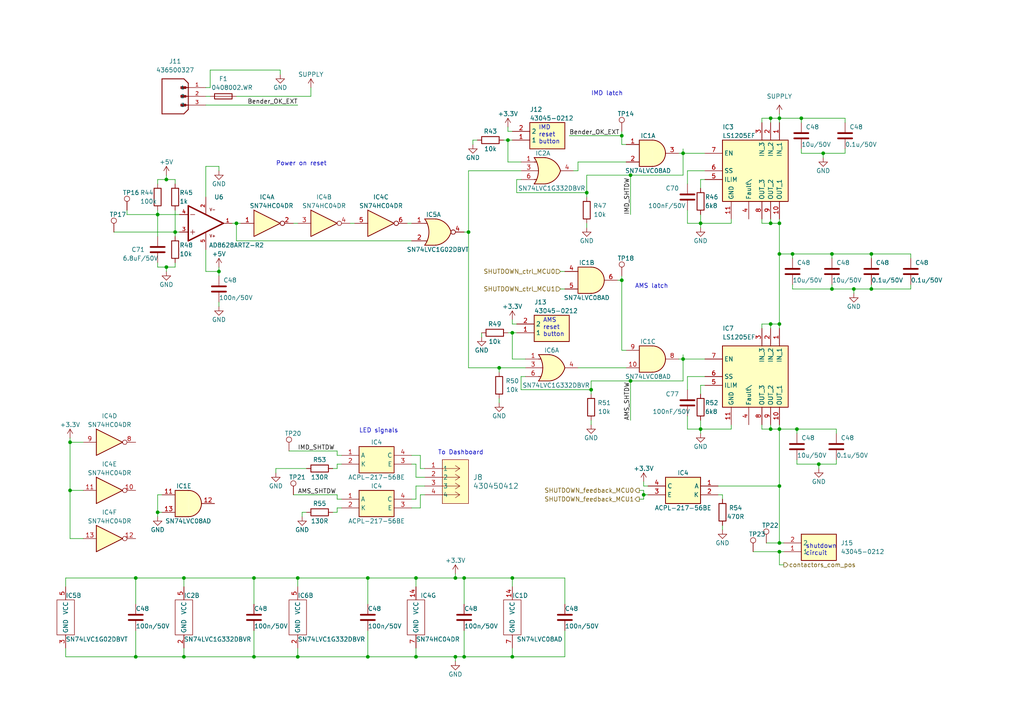
<source format=kicad_sch>
(kicad_sch (version 20230121) (generator eeschema)
  (paper "A4")
  (title_block (title "Shutsown circuit") (date "2023-12-29") (rev "V1.0") (company "Valais Wallis Racing Team") (comment 1 "Bétrisey Mattia"))
  (junction (at 148.59 190.5))
  (junction (at 20.32 142.24))
  (junction (at 147.32 40.64))
  (junction (at 241.3 83.82))
  (junction (at 238.76 44.45))
  (junction (at 45.72 148.59))
  (junction (at 203.2 124.46))
  (junction (at 120.65 167.64))
  (junction (at 241.3 73.66))
  (junction (at 226.06 140.97))
  (junction (at 132.08 167.64))
  (junction (at 231.14 124.46))
  (junction (at 50.8 67.31))
  (junction (at 134.62 167.64))
  (junction (at 132.08 190.5))
  (junction (at 252.73 83.82))
  (junction (at 226.06 93.98))
  (junction (at 20.32 128.27))
  (junction (at 247.65 83.82))
  (junction (at 223.52 34.29))
  (junction (at 198.12 44.45))
  (junction (at 48.26 77.47))
  (junction (at 170.18 55.88))
  (junction (at 45.72 62.23))
  (junction (at 223.52 64.77))
  (junction (at 180.34 81.28))
  (junction (at 106.68 190.5))
  (junction (at 180.34 39.37))
  (junction (at 226.06 64.77))
  (junction (at 252.73 73.66))
  (junction (at 63.5 78.74))
  (junction (at 223.52 124.46))
  (junction (at 39.37 190.5))
  (junction (at 135.89 67.31))
  (junction (at 73.66 190.5))
  (junction (at 226.06 160.02))
  (junction (at 171.45 113.03))
  (junction (at 134.62 190.5))
  (junction (at 237.49 134.62))
  (junction (at 232.41 34.29))
  (junction (at 226.06 157.48))
  (junction (at 48.26 52.07))
  (junction (at 186.69 143.51))
  (junction (at 53.34 190.5))
  (junction (at 226.06 34.29))
  (junction (at 226.06 73.66))
  (junction (at 86.36 167.64))
  (junction (at 148.59 96.52))
  (junction (at 39.37 167.64))
  (junction (at 144.78 106.68))
  (junction (at 120.65 190.5))
  (junction (at 223.52 93.98))
  (junction (at 86.36 190.5))
  (junction (at 182.88 50.8))
  (junction (at 203.2 64.77))
  (junction (at 229.87 73.66))
  (junction (at 73.66 167.64))
  (junction (at 68.58 64.77))
  (junction (at 182.88 110.49))
  (junction (at 226.06 124.46))
  (junction (at 198.12 104.14))
  (junction (at 148.59 167.64))
  (junction (at 106.68 167.64))
  (junction (at 53.34 167.64))
  (wire (pts (xy 238.76 44.45) (xy 245.11 44.45)))
  (wire (pts (xy 182.88 50.8) (xy 198.12 50.8)))
  (wire (pts (xy 203.2 125.73) (xy 203.2 124.46)))
  (wire (pts (xy 220.98 93.98) (xy 220.98 95.25)))
  (wire (pts (xy 149.86 52.07) (xy 149.86 55.88)))
  (wire (pts (xy 148.59 167.64) (xy 163.83 167.64)))
  (wire (pts (xy 203.2 62.23) (xy 203.2 64.77)))
  (wire (pts (xy 231.14 133.35) (xy 231.14 134.62)))
  (wire (pts (xy 222.25 157.48) (xy 226.06 157.48)))
  (wire (pts (xy 223.52 124.46) (xy 226.06 124.46)))
  (wire (pts (xy 226.06 73.66) (xy 226.06 64.77)))
  (wire (pts (xy 186.69 140.97) (xy 187.96 140.97)))
  (wire (pts (xy 237.49 135.89) (xy 237.49 134.62)))
  (wire (pts (xy 135.89 49.53) (xy 151.13 49.53)))
  (wire (pts (xy 96.52 148.59) (xy 97.79 148.59)))
  (wire (pts (xy 121.92 135.89) (xy 123.19 135.89)))
  (wire (pts (xy 199.39 64.77) (xy 203.2 64.77)))
  (wire (pts (xy 220.98 63.5) (xy 220.98 64.77)))
  (wire (pts (xy 63.5 48.26) (xy 63.5 49.53)))
  (wire (pts (xy 231.14 124.46) (xy 231.14 125.73)))
  (wire (pts (xy 50.8 60.96) (xy 50.8 67.31)))
  (wire (pts (xy 144.78 115.57) (xy 144.78 116.84)))
  (wire (pts (xy 198.12 44.45) (xy 204.47 44.45)))
  (wire (pts (xy 147.32 38.1) (xy 148.59 38.1)))
  (wire (pts (xy 48.26 77.47) (xy 50.8 77.47)))
  (wire (pts (xy 229.87 83.82) (xy 241.3 83.82)))
  (wire (pts (xy 199.39 49.53) (xy 199.39 53.34)))
  (wire (pts (xy 73.66 167.64) (xy 73.66 175.26)))
  (wire (pts (xy 247.65 85.09) (xy 247.65 83.82)))
  (wire (pts (xy 182.88 110.49) (xy 198.12 110.49)))
  (wire (pts (xy 167.64 106.68) (xy 181.61 106.68)))
  (wire (pts (xy 45.72 148.59) (xy 45.72 149.86)))
  (wire (pts (xy 220.98 34.29) (xy 220.98 35.56)))
  (wire (pts (xy 208.28 140.97) (xy 226.06 140.97)))
  (wire (pts (xy 242.57 133.35) (xy 242.57 134.62)))
  (wire (pts (xy 135.89 67.31) (xy 135.89 106.68)))
  (wire (pts (xy 81.28 20.32) (xy 81.28 21.59)))
  (wire (pts (xy 134.62 190.5) (xy 148.59 190.5)))
  (wire (pts (xy 39.37 182.88) (xy 39.37 190.5)))
  (wire (pts (xy 147.32 40.64) (xy 147.32 46.99)))
  (wire (pts (xy 199.39 60.96) (xy 199.39 64.77)))
  (wire (pts (xy 121.92 143.51) (xy 123.19 143.51)))
  (wire (pts (xy 59.69 78.74) (xy 63.5 78.74)))
  (wire (pts (xy 245.11 43.18) (xy 245.11 44.45)))
  (wire (pts (xy 226.06 124.46) (xy 226.06 140.97)))
  (wire (pts (xy 97.79 143.51) (xy 97.79 144.78)))
  (wire (pts (xy 80.01 135.89) (xy 88.9 135.89)))
  (wire (pts (xy 241.3 73.66) (xy 241.3 74.93)))
  (wire (pts (xy 87.63 148.59) (xy 87.63 149.86)))
  (wire (pts (xy 33.02 67.31) (xy 50.8 67.31)))
  (wire (pts (xy 144.78 106.68) (xy 135.89 106.68)))
  (wire (pts (xy 252.73 82.55) (xy 252.73 83.82)))
  (wire (pts (xy 68.58 64.77) (xy 69.85 64.77)))
  (wire (pts (xy 170.18 50.8) (xy 182.88 50.8)))
  (wire (pts (xy 220.98 124.46) (xy 223.52 124.46)))
  (wire (pts (xy 68.58 69.85) (xy 119.38 69.85)))
  (wire (pts (xy 48.26 50.8) (xy 48.26 52.07)))
  (wire (pts (xy 231.14 134.62) (xy 237.49 134.62)))
  (wire (pts (xy 148.59 93.98) (xy 149.86 93.98)))
  (wire (pts (xy 83.82 130.81) (xy 97.79 130.81)))
  (wire (pts (xy 196.85 44.45) (xy 198.12 44.45)))
  (wire (pts (xy 223.52 93.98) (xy 226.06 93.98)))
  (wire (pts (xy 223.52 123.19) (xy 223.52 124.46)))
  (wire (pts (xy 182.88 121.92) (xy 182.88 110.49)))
  (wire (pts (xy 171.45 123.19) (xy 171.45 121.92)))
  (wire (pts (xy 163.83 83.82) (xy 162.56 83.82)))
  (wire (pts (xy 59.69 27.94) (xy 60.96 27.94)))
  (wire (pts (xy 180.34 101.6) (xy 181.61 101.6)))
  (wire (pts (xy 134.62 167.64) (xy 132.08 167.64)))
  (wire (pts (xy 186.69 143.51) (xy 187.96 143.51)))
  (wire (pts (xy 59.69 25.4) (xy 60.96 25.4)))
  (wire (pts (xy 48.26 52.07) (xy 45.72 52.07)))
  (wire (pts (xy 171.45 113.03) (xy 171.45 114.3)))
  (wire (pts (xy 252.73 73.66) (xy 252.73 74.93)))
  (wire (pts (xy 87.63 148.59) (xy 88.9 148.59)))
  (wire (pts (xy 19.05 167.64) (xy 39.37 167.64)))
  (wire (pts (xy 223.52 64.77) (xy 220.98 64.77)))
  (wire (pts (xy 50.8 52.07) (xy 50.8 53.34)))
  (wire (pts (xy 119.38 147.32) (xy 121.92 147.32)))
  (wire (pts (xy 241.3 73.66) (xy 252.73 73.66)))
  (wire (pts (xy 185.42 144.78) (xy 186.69 144.78)))
  (wire (pts (xy 223.52 34.29) (xy 223.52 35.56)))
  (wire (pts (xy 63.5 88.9) (xy 63.5 87.63)))
  (wire (pts (xy 151.13 109.22) (xy 152.4 109.22)))
  (wire (pts (xy 48.26 77.47) (xy 48.26 78.74)))
  (wire (pts (xy 97.79 147.32) (xy 99.06 147.32)))
  (wire (pts (xy 226.06 160.02) (xy 227.33 160.02)))
  (wire (pts (xy 148.59 187.96) (xy 148.59 190.5)))
  (wire (pts (xy 20.32 128.27) (xy 24.13 128.27)))
  (wire (pts (xy 241.3 82.55) (xy 241.3 83.82)))
  (wire (pts (xy 120.65 138.43) (xy 123.19 138.43)))
  (wire (pts (xy 20.32 156.21) (xy 24.13 156.21)))
  (wire (pts (xy 97.79 144.78) (xy 99.06 144.78)))
  (wire (pts (xy 134.62 167.64) (xy 148.59 167.64)))
  (wire (pts (xy 36.83 62.23) (xy 36.83 60.96)))
  (wire (pts (xy 198.12 43.18) (xy 198.12 44.45)))
  (wire (pts (xy 170.18 55.88) (xy 170.18 57.15)))
  (wire (pts (xy 134.62 182.88) (xy 134.62 190.5)))
  (wire (pts (xy 90.17 25.4) (xy 90.17 27.94)))
  (wire (pts (xy 167.64 49.53) (xy 166.37 49.53)))
  (wire (pts (xy 237.49 134.62) (xy 242.57 134.62)))
  (wire (pts (xy 73.66 190.5) (xy 86.36 190.5)))
  (wire (pts (xy 45.72 52.07) (xy 45.72 53.34)))
  (wire (pts (xy 134.62 67.31) (xy 135.89 67.31)))
  (wire (pts (xy 73.66 182.88) (xy 73.66 190.5)))
  (wire (pts (xy 60.96 20.32) (xy 60.96 25.4)))
  (wire (pts (xy 163.83 78.74) (xy 162.56 78.74)))
  (wire (pts (xy 120.65 140.97) (xy 123.19 140.97)))
  (wire (pts (xy 148.59 104.14) (xy 152.4 104.14)))
  (wire (pts (xy 204.47 104.14) (xy 198.12 104.14)))
  (wire (pts (xy 167.64 46.99) (xy 181.61 46.99)))
  (wire (pts (xy 252.73 73.66) (xy 264.16 73.66)))
  (wire (pts (xy 137.16 40.64) (xy 138.43 40.64)))
  (wire (pts (xy 146.05 40.64) (xy 147.32 40.64)))
  (wire (pts (xy 151.13 109.22) (xy 151.13 113.03)))
  (wire (pts (xy 144.78 106.68) (xy 152.4 106.68)))
  (wire (pts (xy 220.98 123.19) (xy 220.98 124.46)))
  (wire (pts (xy 229.87 82.55) (xy 229.87 83.82)))
  (wire (pts (xy 241.3 83.82) (xy 247.65 83.82)))
  (wire (pts (xy 203.2 121.92) (xy 203.2 124.46)))
  (wire (pts (xy 147.32 46.99) (xy 151.13 46.99)))
  (wire (pts (xy 132.08 166.37) (xy 132.08 167.64)))
  (wire (pts (xy 232.41 34.29) (xy 232.41 35.56)))
  (wire (pts (xy 199.39 124.46) (xy 203.2 124.46)))
  (wire (pts (xy 203.2 66.04) (xy 203.2 64.77)))
  (wire (pts (xy 185.42 142.24) (xy 186.69 142.24)))
  (wire (pts (xy 147.32 96.52) (xy 148.59 96.52)))
  (wire (pts (xy 106.68 182.88) (xy 106.68 190.5)))
  (wire (pts (xy 39.37 167.64) (xy 39.37 175.26)))
  (wire (pts (xy 36.83 62.23) (xy 45.72 62.23)))
  (wire (pts (xy 20.32 142.24) (xy 20.32 156.21)))
  (wire (pts (xy 218.44 160.02) (xy 226.06 160.02)))
  (wire (pts (xy 238.76 45.72) (xy 238.76 44.45)))
  (wire (pts (xy 50.8 76.2) (xy 50.8 77.47)))
  (wire (pts (xy 148.59 190.5) (xy 163.83 190.5)))
  (wire (pts (xy 144.78 106.68) (xy 144.78 107.95)))
  (wire (pts (xy 134.62 167.64) (xy 134.62 175.26)))
  (wire (pts (xy 203.2 52.07) (xy 203.2 54.61)))
  (wire (pts (xy 151.13 113.03) (xy 171.45 113.03)))
  (wire (pts (xy 120.65 187.96) (xy 120.65 190.5)))
  (wire (pts (xy 59.69 72.39) (xy 59.69 78.74)))
  (wire (pts (xy 85.09 143.51) (xy 97.79 143.51)))
  (wire (pts (xy 186.69 139.7) (xy 186.69 140.97)))
  (wire (pts (xy 120.65 190.5) (xy 132.08 190.5)))
  (wire (pts (xy 45.72 76.2) (xy 45.72 77.47)))
  (wire (pts (xy 63.5 78.74) (xy 63.5 77.47)))
  (wire (pts (xy 102.87 64.77) (xy 101.6 64.77)))
  (wire (pts (xy 121.92 143.51) (xy 121.92 147.32)))
  (wire (pts (xy 179.07 81.28) (xy 180.34 81.28)))
  (wire (pts (xy 85.09 64.77) (xy 86.36 64.77)))
  (wire (pts (xy 209.55 143.51) (xy 209.55 144.78)))
  (wire (pts (xy 97.79 132.08) (xy 99.06 132.08)))
  (wire (pts (xy 45.72 62.23) (xy 45.72 68.58)))
  (wire (pts (xy 264.16 82.55) (xy 264.16 83.82)))
  (wire (pts (xy 167.64 49.53) (xy 167.64 46.99)))
  (wire (pts (xy 163.83 167.64) (xy 163.83 175.26)))
  (wire (pts (xy 226.06 93.98) (xy 226.06 73.66)))
  (wire (pts (xy 226.06 73.66) (xy 229.87 73.66)))
  (wire (pts (xy 147.32 40.64) (xy 148.59 40.64)))
  (wire (pts (xy 45.72 62.23) (xy 52.07 62.23)))
  (wire (pts (xy 59.69 30.48) (xy 86.36 30.48)))
  (wire (pts (xy 199.39 109.22) (xy 204.47 109.22)))
  (wire (pts (xy 132.08 191.77) (xy 132.08 190.5)))
  (wire (pts (xy 226.06 33.02) (xy 226.06 34.29)))
  (wire (pts (xy 198.12 102.87) (xy 198.12 104.14)))
  (wire (pts (xy 226.06 34.29) (xy 232.41 34.29)))
  (wire (pts (xy 226.06 124.46) (xy 231.14 124.46)))
  (wire (pts (xy 139.7 96.52) (xy 139.7 97.79)))
  (wire (pts (xy 252.73 83.82) (xy 264.16 83.82)))
  (wire (pts (xy 212.09 63.5) (xy 212.09 64.77)))
  (wire (pts (xy 171.45 110.49) (xy 182.88 110.49)))
  (wire (pts (xy 180.34 39.37) (xy 180.34 38.1)))
  (wire (pts (xy 20.32 127) (xy 20.32 128.27)))
  (wire (pts (xy 86.36 190.5) (xy 106.68 190.5)))
  (wire (pts (xy 68.58 27.94) (xy 90.17 27.94)))
  (wire (pts (xy 45.72 60.96) (xy 45.72 62.23)))
  (wire (pts (xy 180.34 80.01) (xy 180.34 81.28)))
  (wire (pts (xy 97.79 135.89) (xy 97.79 134.62)))
  (wire (pts (xy 180.34 39.37) (xy 180.34 41.91)))
  (wire (pts (xy 242.57 124.46) (xy 242.57 125.73)))
  (wire (pts (xy 53.34 187.96) (xy 53.34 190.5)))
  (wire (pts (xy 53.34 190.5) (xy 73.66 190.5)))
  (wire (pts (xy 226.06 163.83) (xy 227.33 163.83)))
  (wire (pts (xy 39.37 167.64) (xy 53.34 167.64)))
  (wire (pts (xy 73.66 167.64) (xy 86.36 167.64)))
  (wire (pts (xy 186.69 142.24) (xy 186.69 143.51)))
  (wire (pts (xy 220.98 34.29) (xy 223.52 34.29)))
  (wire (pts (xy 226.06 123.19) (xy 226.06 124.46)))
  (wire (pts (xy 148.59 92.71) (xy 148.59 93.98)))
  (wire (pts (xy 86.36 187.96) (xy 86.36 190.5)))
  (wire (pts (xy 208.28 143.51) (xy 209.55 143.51)))
  (wire (pts (xy 165.1 39.37) (xy 180.34 39.37)))
  (wire (pts (xy 186.69 144.78) (xy 186.69 143.51)))
  (wire (pts (xy 59.69 48.26) (xy 59.69 57.15)))
  (wire (pts (xy 199.39 120.65) (xy 199.39 124.46)))
  (wire (pts (xy 229.87 73.66) (xy 229.87 74.93)))
  (wire (pts (xy 50.8 67.31) (xy 50.8 68.58)))
  (wire (pts (xy 97.79 130.81) (xy 97.79 132.08)))
  (wire (pts (xy 86.36 167.64) (xy 106.68 167.64)))
  (wire (pts (xy 53.34 167.64) (xy 53.34 170.18)))
  (wire (pts (xy 229.87 73.66) (xy 241.3 73.66)))
  (wire (pts (xy 45.72 143.51) (xy 46.99 143.51)))
  (wire (pts (xy 232.41 44.45) (xy 238.76 44.45)))
  (wire (pts (xy 106.68 167.64) (xy 120.65 167.64)))
  (wire (pts (xy 198.12 44.45) (xy 198.12 50.8)))
  (wire (pts (xy 120.65 167.64) (xy 120.65 170.18)))
  (wire (pts (xy 226.06 140.97) (xy 226.06 157.48)))
  (wire (pts (xy 226.06 64.77) (xy 226.06 63.5)))
  (wire (pts (xy 120.65 134.62) (xy 120.65 138.43)))
  (wire (pts (xy 198.12 104.14) (xy 196.85 104.14)))
  (wire (pts (xy 223.52 64.77) (xy 226.06 64.77)))
  (wire (pts (xy 231.14 124.46) (xy 242.57 124.46)))
  (wire (pts (xy 203.2 111.76) (xy 203.2 114.3)))
  (wire (pts (xy 220.98 93.98) (xy 223.52 93.98)))
  (wire (pts (xy 226.06 34.29) (xy 226.06 35.56)))
  (wire (pts (xy 106.68 167.64) (xy 106.68 175.26)))
  (wire (pts (xy 134.62 190.5) (xy 132.08 190.5)))
  (wire (pts (xy 199.39 109.22) (xy 199.39 113.03)))
  (wire (pts (xy 203.2 111.76) (xy 204.47 111.76)))
  (wire (pts (xy 212.09 123.19) (xy 212.09 124.46)))
  (wire (pts (xy 203.2 124.46) (xy 212.09 124.46)))
  (wire (pts (xy 148.59 96.52) (xy 149.86 96.52)))
  (wire (pts (xy 245.11 34.29) (xy 245.11 35.56)))
  (wire (pts (xy 96.52 135.89) (xy 97.79 135.89)))
  (wire (pts (xy 53.34 167.64) (xy 73.66 167.64)))
  (wire (pts (xy 120.65 167.64) (xy 132.08 167.64)))
  (wire (pts (xy 223.52 93.98) (xy 223.52 95.25)))
  (wire (pts (xy 67.31 64.77) (xy 68.58 64.77)))
  (wire (pts (xy 119.38 132.08) (xy 121.92 132.08)))
  (wire (pts (xy 171.45 110.49) (xy 171.45 113.03)))
  (wire (pts (xy 264.16 73.66) (xy 264.16 74.93)))
  (wire (pts (xy 68.58 64.77) (xy 68.58 69.85)))
  (wire (pts (xy 86.36 167.64) (xy 86.36 170.18)))
  (wire (pts (xy 180.34 41.91) (xy 181.61 41.91)))
  (wire (pts (xy 19.05 167.64) (xy 19.05 170.18)))
  (wire (pts (xy 135.89 49.53) (xy 135.89 67.31)))
  (wire (pts (xy 226.06 160.02) (xy 226.06 163.83)))
  (wire (pts (xy 199.39 49.53) (xy 204.47 49.53)))
  (wire (pts (xy 119.38 134.62) (xy 120.65 134.62)))
  (wire (pts (xy 223.52 63.5) (xy 223.52 64.77)))
  (wire (pts (xy 223.52 34.29) (xy 226.06 34.29)))
  (wire (pts (xy 19.05 190.5) (xy 39.37 190.5)))
  (wire (pts (xy 148.59 96.52) (xy 148.59 104.14)))
  (wire (pts (xy 63.5 80.01) (xy 63.5 78.74)))
  (wire (pts (xy 20.32 142.24) (xy 24.13 142.24)))
  (wire (pts (xy 149.86 55.88) (xy 170.18 55.88)))
  (wire (pts (xy 203.2 64.77) (xy 212.09 64.77)))
  (wire (pts (xy 45.72 143.51) (xy 45.72 148.59)))
  (wire (pts (xy 45.72 77.47) (xy 48.26 77.47)))
  (wire (pts (xy 39.37 190.5) (xy 53.34 190.5)))
  (wire (pts (xy 182.88 62.23) (xy 182.88 50.8)))
  (wire (pts (xy 45.72 148.59) (xy 46.99 148.59)))
  (wire (pts (xy 198.12 104.14) (xy 198.12 110.49)))
  (wire (pts (xy 180.34 81.28) (xy 180.34 101.6)))
  (wire (pts (xy 163.83 182.88) (xy 163.83 190.5)))
  (wire (pts (xy 97.79 147.32) (xy 97.79 148.59)))
  (wire (pts (xy 226.06 157.48) (xy 227.33 157.48)))
  (wire (pts (xy 147.32 36.83) (xy 147.32 38.1)))
  (wire (pts (xy 50.8 67.31) (xy 52.07 67.31)))
  (wire (pts (xy 48.26 52.07) (xy 50.8 52.07)))
  (wire (pts (xy 247.65 83.82) (xy 252.73 83.82)))
  (wire (pts (xy 80.01 135.89) (xy 80.01 137.16)))
  (wire (pts (xy 226.06 95.25) (xy 226.06 93.98)))
  (wire (pts (xy 60.96 20.32) (xy 81.28 20.32)))
  (wire (pts (xy 232.41 43.18) (xy 232.41 44.45)))
  (wire (pts (xy 118.11 64.77) (xy 119.38 64.77)))
  (wire (pts (xy 149.86 52.07) (xy 151.13 52.07)))
  (wire (pts (xy 170.18 66.04) (xy 170.18 64.77)))
  (wire (pts (xy 203.2 52.07) (xy 204.47 52.07)))
  (wire (pts (xy 232.41 34.29) (xy 245.11 34.29)))
  (wire (pts (xy 120.65 140.97) (xy 120.65 144.78)))
  (wire (pts (xy 59.69 48.26) (xy 63.5 48.26)))
  (wire (pts (xy 121.92 132.08) (xy 121.92 135.89)))
  (wire (pts (xy 106.68 190.5) (xy 120.65 190.5)))
  (wire (pts (xy 148.59 167.64) (xy 148.59 170.18)))
  (wire (pts (xy 119.38 144.78) (xy 120.65 144.78)))
  (wire (pts (xy 137.16 40.64) (xy 137.16 41.91)))
  (wire (pts (xy 19.05 187.96) (xy 19.05 190.5)))
  (wire (pts (xy 97.79 134.62) (xy 99.06 134.62)))
  (wire (pts (xy 170.18 50.8) (xy 170.18 55.88)))
  (wire (pts (xy 209.55 153.67) (xy 209.55 152.4)))
  (wire (pts (xy 20.32 128.27) (xy 20.32 142.24)))
  (text "IMD\nreset\nbutton" (at 156.21 41.91 0) (effects (font (size 1.27 1.27)) (justify left bottom)))
  (text "shutdown\ncircuit" (at 233.68 161.29 0) (effects (font (size 1.27 1.27)) (justify left bottom)))
  (text "AMS\nreset\nbutton" (at 157.48 97.79 0) (effects (font (size 1.27 1.27)) (justify left bottom)))
  (text "To Dashboard" (at 127 132.08 0) (effects (font (size 1.27 1.27)) (justify left bottom)))
  (text "IMD latch" (at 171.45 27.94 0) (effects (font (size 1.27 1.27)) (justify left bottom)))
  (text "LED signals" (at 104.14 125.73 0) (effects (font (size 1.27 1.27)) (justify left bottom)))
  (text "Power on reset" (at 80.01 48.26 0) (effects (font (size 1.27 1.27)) (justify left bottom)))
  (text "AMS latch" (at 184.15 83.82 0) (effects (font (size 1.27 1.27)) (justify left bottom)))
  (label "AMS_SHTDW" (at 86.36 143.51 0))
  (label "IMD_SHTDW" (at 182.88 62.23 90))
  (label "AMS_SHTDW" (at 182.88 121.92 90))
  (label "IMD_SHTDW" (at 86.36 130.81 0))
  (label "Bender_OK_EXT" (at 86.36 30.48 180))
  (label "Bender_OK_EXT" (at 165.1 39.37 0))
  (hierarchical_label "SHUTDOWN_ctrl_MCU1" (shape input) (at 162.56 83.82 180))
  (hierarchical_label "contactors_com_pos" (shape output) (at 227.33 163.83 0))
  (hierarchical_label "SHUTDOWN_feedback_MCU1" (shape output) (at 185.42 144.78 180))
  (hierarchical_label "SHUTDOWN_ctrl_MCU0" (shape input) (at 162.56 78.74 180))
  (hierarchical_label "SHUTDOWN_feedback_MCU0" (shape output) (at 185.42 142.24 180))
  (symbol (lib_id "FS_Semiconductor:SN74LVC1G02DBVT") (at 125.73 67.31 0) (unit 1)
    (property "Reference" "IC5" (at 125.73 62.23 0))
    (property "Value" "SN74LVC1G02DBVT" (at 127 72.39 0))
    (property "Footprint" "Package_TO_SOT_SMD:TSOT-23-5" (effects hide))
    (property "Datasheet" "https://www.ti.com/lit/ds/symlink/sn74lvc1g02.pdf?ts=1703686741579&ref_url=https%253A%252F%252Fwww.ti.com%252Fproduct%252FSN74LVC1G02" (effects hide))
  )
  (symbol (lib_id "bmsPower_Symbols:GND_0") (at 87.63 149.86 0) (unit 1) (in_bom no) (on_board no)
    (property "Reference" "#PWR0131" (effects hide))
    (property "Value" "GND_0" (at 87.63 153.67 0))
  )
  (symbol (lib_id "FS_Semiconductor:SN74HCS14QDRQ1") (at 30.48 128.27 0) (unit 4)
    (property "Reference" "IC4" (at 31.75 120.65 0))
    (property "Value" "SN74HC04DR" (at 25.4 123.19 0) (effects (justify left)))
    (property "Footprint" "FS_Semiconductor:SOIC127P600X175-14N" (effects hide))
    (property "Description" "Buffers & Line Drivers Automotive hex inverter with Schmitt-trigger inputs 14-SOIC -40 to 125" (effects hide))
    (property "Height" "1.75" (effects hide))
    (property "Mouser Part Number" "595-SN74HCS14QDRQ1" (effects hide))
    (property "Mouser Price/Stock" "https://www.mouser.co.uk/ProductDetail/Texas-Instruments/SN74HCS14QDRQ1?qs=OTrKUuiFdkaK%252BjdbPs1CrQ%3D%3D" (effects hide))
    (property "Manufacturer_Name" "Texas Instruments" (effects hide))
    (property "Manufacturer_Part_Number" "SN74HCS14QDRQ1" (effects hide))
  )
  (symbol (lib_id "Device:R") (at 92.71 148.59 90) (unit 1)
    (property "Reference" "R55" (at 92.71 146.05 90))
    (property "Value" "130R" (at 92.71 151.13 90))
    (property "Footprint" "Resistor_SMD:R_0603_1608Metric" (effects hide))
  )
  (symbol (lib_id "Connector:TestPoint") (at 180.34 80.01 0) (unit 1)
    (property "Reference" "TP18" (at 179.07 74.93 0) (effects (justify left)))
    (property "Value" "TestPoint" (effects hide))
    (property "Footprint" "TestPoint:TestPoint_Keystone_5000-5004_Miniature" (effects hide))
  )
  (symbol (lib_id "Connector:TestPoint") (at 83.82 130.81 0) (unit 1)
    (property "Reference" "TP20" (at 82.55 125.73 0) (effects (justify left)))
    (property "Value" "TestPoint" (effects hide))
    (property "Footprint" "TestPoint:TestPoint_Keystone_5000-5004_Miniature" (effects hide))
  )
  (symbol (lib_id "bmsPower_Symbols:GND_0") (at 45.72 149.86 0) (unit 1) (in_bom no) (on_board no)
    (property "Reference" "#PWR0124" (effects hide))
    (property "Value" "GND_0" (at 45.72 153.67 0))
  )
  (symbol (lib_id "LS1205EF:LS1205EF") (at 218.44 109.22 0) (unit 1)
    (property "Reference" "IC7" (at 209.55 95.25 0) (effects (justify left)))
    (property "Value" "LS1205EF" (at 209.55 97.79 0) (effects (justify left)))
    (property "Footprint" "LS1205EF:SON50P300X300X80-11N" (effects hide))
    (property "Datasheet" "https://www.littelfuse.com/media?resourcetype=datasheets&itemid=b40a8809-c1ad-459d-a34c-84532dbddcb7&filename=littelfuse-protection-ic-ls1205exd33--datasheet" (effects hide))
    (property "Height" "0.8" (effects hide))
    (property "Manufacturer_Name" "LITTELFUSE" (effects hide))
  )
  (symbol (lib_id "Device:C") (at 242.57 129.54 0) (unit 1)
    (property "Reference" "C48" (at 243.84 127 0) (effects (justify left)))
    (property "Value" "0.1u/50V" (at 242.57 132.08 0) (effects (justify left)))
    (property "Footprint" "Capacitor_SMD:C_0603_1608Metric" (effects hide))
    (instances (project "BMS-Master" (path "" (reference "C48") (unit 1)) (path "" (reference "C64") (unit 1)) (path "" (reference "C79") (unit 1))))
  )
  (symbol (lib_id "Device:R") (at 142.24 40.64 90) (unit 1)
    (property "Reference" "R43" (at 142.24 38.1 90))
    (property "Value" "10k" (at 142.24 43.18 90))
    (property "Footprint" "Resistor_SMD:R_0603_1608Metric" (effects hide))
  )
  (symbol (lib_id "bmsPower_Symbols:GND_0") (at 203.2 66.04 0) (unit 1) (in_bom no) (on_board no)
    (property "Reference" "#PWR0116" (effects hide))
    (property "Value" "GND_0" (at 203.2 69.85 0))
  )
  (symbol (lib_id "FS_Semiconductor:SN74HCS14QDRQ1") (at 30.48 142.24 0) (unit 5)
    (property "Reference" "IC4" (at 31.75 134.62 0))
    (property "Value" "SN74HC04DR" (at 25.4 137.16 0) (effects (justify left)))
    (property "Footprint" "FS_Semiconductor:SOIC127P600X175-14N" (effects hide))
    (property "Description" "Buffers & Line Drivers Automotive hex inverter with Schmitt-trigger inputs 14-SOIC -40 to 125" (effects hide))
    (property "Height" "1.75" (effects hide))
    (property "Mouser Part Number" "595-SN74HCS14QDRQ1" (effects hide))
    (property "Mouser Price/Stock" "https://www.mouser.co.uk/ProductDetail/Texas-Instruments/SN74HCS14QDRQ1?qs=OTrKUuiFdkaK%252BjdbPs1CrQ%3D%3D" (effects hide))
    (property "Manufacturer_Name" "Texas Instruments" (effects hide))
    (property "Manufacturer_Part_Number" "SN74HCS14QDRQ1" (effects hide))
  )
  (symbol (lib_id "bmsPower_Symbols:+3V3_0") (at 148.59 92.71 0) (unit 1) (in_bom no) (on_board no)
    (property "Reference" "#PWR0122" (effects hide))
    (property "Value" "+3V3_0" (at 148.59 88.9 0))
  )
  (symbol (lib_id "Connector:TestPoint") (at 36.83 60.96 0) (unit 1)
    (property "Reference" "TP16" (at 35.56 55.88 0) (effects (justify left)))
    (property "Value" "TestPoint" (effects hide))
    (property "Footprint" "TestPoint:TestPoint_Keystone_5000-5004_Miniature" (effects hide))
  )
  (symbol (lib_id "Connector:TestPoint") (at 180.34 38.1 0) (unit 1)
    (property "Reference" "TP14" (at 179.07 33.02 0) (effects (justify left)))
    (property "Value" "TestPoint" (effects hide))
    (property "Footprint" "TestPoint:TestPoint_Keystone_5000-5004_Miniature" (effects hide))
  )
  (symbol (lib_id "Device:C") (at 39.37 179.07 0) (unit 1)
    (property "Reference" "C48" (at 39.37 176.53 0) (effects (justify left)))
    (property "Value" "100n/50V" (at 39.37 181.61 0) (effects (justify left)))
    (property "Footprint" "Capacitor_SMD:C_0603_1608Metric" (effects hide))
    (instances (project "BMS-Master" (path "" (reference "C48") (unit 1)) (path "" (reference "C64") (unit 1)) (path "" (reference "C80") (unit 1))))
  )
  (symbol (lib_id "43045-0212:43045-0212") (at 227.33 157.48 0) (unit 1)
    (property "Reference" "J15" (at 243.84 157.48 0) (effects (justify left)))
    (property "Value" "43045-0212" (at 243.84 160.02 0) (effects (justify left)))
    (property "Footprint" "43045-0212:43045-02YY_121314" (effects hide))
    (property "Datasheet" "https://www.molex.com/pdm_docs/sd/430450612_sd.pdf" (effects hide))
    (property "Height" "9.91" (effects hide))
    (property "Manufacturer_Name" "Molex" (effects hide))
    (property "Manufacturer_Part_Number" "43045-0212" (effects hide))
    (property "Mouser Part Number" "538-430-45-0212" (effects hide))
    (property "Mouser Price/Stock" "https://www.mouser.co.uk/ProductDetail/Molex/43045-0212?qs=QtQX4uD3c2XFLtjr%252BHeRmQ%3D%3D" (effects hide))
  )
  (symbol (lib_id "power:+5V") (at 63.5 77.47 0) (unit 1)
    (property "Reference" "#PWR0117" (effects hide))
    (property "Value" "+5V" (at 63.5 73.66 0))
  )
  (symbol (lib_name "SN74LVC08AD_1") (lib_id "FS_Semiconductor:SN74LVC08AD") (at 170.18 81.28 0) (unit 2)
    (property "Reference" "IC1" (at 170.18 76.2 0))
    (property "Value" "SN74LVC08AD" (at 170.18 86.36 0))
    (property "Footprint" "FS_Semiconductor:SOIC127P600X175-14N" (effects hide))
    (property "Datasheet" "https://www.ti.com/lit/ds/symlink/sn74lvc08a.pdf?HQS=dis-mous-null-mousermode-dsf-pf-null-wwe&ts=1703607102920&ref_url=https%253A%252F%252Fwww.mouser.ch%252F" (effects hide))
    (property "Description" " Quadruple 2-Input Positive-AND Gates" (effects hide))
  )
  (symbol (lib_id "Connector:TestPoint") (at 218.44 160.02 0) (unit 1)
    (property "Reference" "TP23" (at 217.17 154.94 0) (effects (justify left)))
    (property "Value" "TestPoint" (effects hide))
    (property "Footprint" "TestPoint:TestPoint_Keystone_5000-5004_Miniature" (effects hide))
  )
  (symbol (lib_id "Connector:TestPoint") (at 222.25 157.48 0) (unit 1)
    (property "Reference" "TP22" (at 220.98 152.4 0) (effects (justify left)))
    (property "Value" "TestPoint" (effects hide))
    (property "Footprint" "TestPoint:TestPoint_Keystone_5000-5004_Miniature" (effects hide))
  )
  (symbol (lib_name "SN74LVC08AD_3") (lib_id "FS_Semiconductor:SN74LVC08AD") (at 187.96 44.45 0) (unit 1)
    (property "Reference" "IC1" (at 187.96 39.37 0))
    (property "Value" "SN74LVC08AD" (at 187.96 49.53 0))
    (property "Footprint" "FS_Semiconductor:SOIC127P600X175-14N" (effects hide))
    (property "Datasheet" "https://www.ti.com/lit/ds/symlink/sn74lvc08a.pdf?HQS=dis-mous-null-mousermode-dsf-pf-null-wwe&ts=1703607102920&ref_url=https%253A%252F%252Fwww.mouser.ch%252F" (effects hide))
    (property "Description" " Quadruple 2-Input Positive-AND Gates" (effects hide))
  )
  (symbol (lib_id "bmsPower_Symbols:GND_0") (at 144.78 116.84 0) (unit 1) (in_bom no) (on_board no)
    (property "Reference" "#PWR0125" (effects hide))
    (property "Value" "GND_0" (at 144.78 120.65 0))
  )
  (symbol (lib_id "ACPL-217-56BE:ACPL-217-56BE") (at 208.28 140.97 0) (mirror y) (unit 1)
    (property "Reference" "IC4" (at 198.12 137.16 0))
    (property "Value" "ACPL-217-56BE" (at 198.12 147.32 0))
    (property "Footprint" "ACPL-217:SOIC127P700X242-4N" (effects hide))
    (property "Datasheet" "https://componentsearchengine.com/Datasheets/2/ACPL-217-56BE.pdf" (effects hide))
    (property "Height" "2.42" (effects hide))
    (property "Manufacturer_Name" "Avago Technologies" (effects hide))
    (property "Manufacturer_Part_Number" "ACPL-217-56BE" (effects hide))
    (property "Mouser Part Number" "630-ACPL-217-56BE" (effects hide))
    (property "Mouser Price/Stock" "https://www.mouser.co.uk/ProductDetail/Broadcom-Avago/ACPL-217-56BE?qs=dcm2zoLQumABa%2FcMDS685Q%3D%3D" (effects hide))
    (instances (project "BMS-Slave" (path "" (reference "IC4") (unit 1)) (path "" (reference "IC18") (unit 1))) (project "BMS-Master" (path "" (reference "IC9") (unit 1))))
  )
  (symbol (lib_id "ACPL-217-56BE:ACPL-217-56BE") (at 99.06 144.78 0) (unit 1)
    (property "Reference" "IC4" (at 109.22 140.97 0))
    (property "Value" "ACPL-217-56BE" (at 109.22 151.13 0))
    (property "Footprint" "ACPL-217:SOIC127P700X242-4N" (effects hide))
    (property "Datasheet" "https://componentsearchengine.com/Datasheets/2/ACPL-217-56BE.pdf" (effects hide))
    (property "Height" "2.42" (effects hide))
    (property "Manufacturer_Name" "Avago Technologies" (effects hide))
    (property "Manufacturer_Part_Number" "ACPL-217-56BE" (effects hide))
    (property "Mouser Part Number" "630-ACPL-217-56BE" (effects hide))
    (property "Mouser Price/Stock" "https://www.mouser.co.uk/ProductDetail/Broadcom-Avago/ACPL-217-56BE?qs=dcm2zoLQumABa%2FcMDS685Q%3D%3D" (effects hide))
    (instances (project "BMS-Slave" (path "" (reference "IC4") (unit 1)) (path "" (reference "IC18") (unit 1))) (project "BMS-Master" (path "" (reference "IC10") (unit 1))))
  )
  (symbol (lib_id "Device:R") (at 50.8 72.39 0) (unit 1)
    (property "Reference" "R48" (at 52.07 71.12 0) (effects (justify left)))
    (property "Value" "10k" (at 52.07 73.66 0) (effects (justify left)))
    (property "Footprint" "Resistor_SMD:R_0603_1608Metric" (effects hide))
  )
  (symbol (lib_id "bmsPower_Symbols:+3V3_0") (at 20.32 127 0) (unit 1) (in_bom no) (on_board no)
    (property "Reference" "#PWR0121" (effects hide))
    (property "Value" "+3V3_0" (at 20.32 123.19 0))
  )
  (symbol (lib_id "Device:C") (at 163.83 179.07 0) (unit 1)
    (property "Reference" "C48" (at 163.83 176.53 0) (effects (justify left)))
    (property "Value" "100n/50V" (at 163.83 181.61 0) (effects (justify left)))
    (property "Footprint" "Capacitor_SMD:C_0603_1608Metric" (effects hide))
    (instances (project "BMS-Master" (path "" (reference "C48") (unit 1)) (path "" (reference "C64") (unit 1)) (path "" (reference "C84") (unit 1))))
  )
  (symbol (lib_id "bmsPower_Symbols:GND_0") (at 63.5 49.53 0) (unit 1) (in_bom no) (on_board no)
    (property "Reference" "#PWR0113" (effects hide))
    (property "Value" "GND_0" (at 63.5 53.34 0))
  )
  (symbol (lib_id "bmsPower_Symbols:GND_0") (at 203.2 125.73 0) (unit 1) (in_bom no) (on_board no)
    (property "Reference" "#PWR0127" (effects hide))
    (property "Value" "GND_0" (at 203.2 129.54 0))
  )
  (symbol (lib_id "Device:C") (at 73.66 179.07 0) (unit 1)
    (property "Reference" "C48" (at 73.66 176.53 0) (effects (justify left)))
    (property "Value" "100n/50V" (at 73.66 181.61 0) (effects (justify left)))
    (property "Footprint" "Capacitor_SMD:C_0603_1608Metric" (effects hide))
    (instances (project "BMS-Master" (path "" (reference "C48") (unit 1)) (path "" (reference "C64") (unit 1)) (path "" (reference "C81") (unit 1))))
  )
  (symbol (lib_id "Device:C") (at 232.41 39.37 0) (unit 1)
    (property "Reference" "C48" (at 233.68 36.83 0) (effects (justify left)))
    (property "Value" "10u/50V" (at 232.41 41.91 0) (effects (justify left)))
    (property "Footprint" "Capacitor_SMD:C_0805_2012Metric" (effects hide))
    (instances (project "BMS-Master" (path "" (reference "C48") (unit 1)) (path "" (reference "C64") (unit 1)) (path "" (reference "C68") (unit 1))))
  )
  (symbol (lib_id "bmsPower_Symbols:GND_0") (at 171.45 123.19 0) (unit 1) (in_bom no) (on_board no)
    (property "Reference" "#PWR0126" (effects hide))
    (property "Value" "GND_0" (at 171.45 127 0))
  )
  (symbol (lib_name "SN74LVC08AD_4") (lib_id "FS_Semiconductor:SN74LVC08AD") (at 53.34 146.05 0) (unit 5)
    (property "Reference" "IC1" (at 53.34 140.97 0))
    (property "Value" "SN74LVC08AD" (at 54.61 151.13 0))
    (property "Footprint" "FS_Semiconductor:SOIC127P600X175-14N" (effects hide))
    (property "Datasheet" "https://www.ti.com/lit/ds/symlink/sn74lvc08a.pdf?HQS=dis-mous-null-mousermode-dsf-pf-null-wwe&ts=1703607102920&ref_url=https%253A%252F%252Fwww.mouser.ch%252F" (effects hide))
    (property "Description" " Quadruple 2-Input Positive-AND Gates" (effects hide))
  )
  (symbol (lib_id "Device:R") (at 143.51 96.52 90) (unit 1)
    (property "Reference" "R49" (at 143.51 93.98 90))
    (property "Value" "10k" (at 143.51 99.06 90))
    (property "Footprint" "Resistor_SMD:R_0603_1608Metric" (effects hide))
  )
  (symbol (lib_id "bmsPower_Symbols:+3V3_0") (at 132.08 166.37 0) (unit 1) (in_bom no) (on_board no)
    (property "Reference" "#PWR0133" (effects hide))
    (property "Value" "+3V3_0" (at 132.08 162.56 0))
  )
  (symbol (lib_id "Device:R") (at 203.2 118.11 0) (unit 1)
    (property "Reference" "R52" (at 204.47 116.84 0) (effects (justify left)))
    (property "Value" "6k8" (at 204.47 119.38 0) (effects (justify left)))
    (property "Footprint" "Resistor_SMD:R_0603_1608Metric" (effects hide))
  )
  (symbol (lib_id "ACPL-217-56BE:ACPL-217-56BE") (at 99.06 132.08 0) (unit 1)
    (property "Reference" "IC4" (at 109.22 128.27 0))
    (property "Value" "ACPL-217-56BE" (at 109.22 138.43 0))
    (property "Footprint" "ACPL-217:SOIC127P700X242-4N" (effects hide))
    (property "Datasheet" "https://componentsearchengine.com/Datasheets/2/ACPL-217-56BE.pdf" (effects hide))
    (property "Height" "2.42" (effects hide))
    (property "Manufacturer_Name" "Avago Technologies" (effects hide))
    (property "Manufacturer_Part_Number" "ACPL-217-56BE" (effects hide))
    (property "Mouser Part Number" "630-ACPL-217-56BE" (effects hide))
    (property "Mouser Price/Stock" "https://www.mouser.co.uk/ProductDetail/Broadcom-Avago/ACPL-217-56BE?qs=dcm2zoLQumABa%2FcMDS685Q%3D%3D" (effects hide))
    (instances (project "BMS-Slave" (path "" (reference "IC4") (unit 1)) (path "" (reference "IC18") (unit 1))) (project "BMS-Master" (path "" (reference "IC8") (unit 1))))
  )
  (symbol (lib_id "Device:C") (at 45.72 72.39 0) (unit 1)
    (property "Reference" "C71" (at 38.1 72.39 0) (effects (justify left)))
    (property "Value" "6.8uF/50V" (at 35.56 74.93 0) (effects (justify left)))
    (property "Footprint" "Capacitor_SMD:C_0805_2012Metric" (effects hide))
  )
  (symbol (lib_id "43045-0212:43045-0212") (at 149.86 93.98 0) (unit 1)
    (property "Reference" "J13" (at 154.94 87.63 0) (effects (justify left)))
    (property "Value" "43045-0212" (at 154.94 90.17 0) (effects (justify left)))
    (property "Footprint" "43045-0212:43045-02YY_121314" (effects hide))
    (property "Datasheet" "https://www.molex.com/pdm_docs/sd/430450612_sd.pdf" (effects hide))
    (property "Height" "9.91" (effects hide))
    (property "Manufacturer_Name" "Molex" (effects hide))
    (property "Manufacturer_Part_Number" "43045-0212" (effects hide))
    (property "Mouser Part Number" "538-430-45-0212" (effects hide))
    (property "Mouser Price/Stock" "https://www.mouser.co.uk/ProductDetail/Molex/43045-0212?qs=QtQX4uD3c2XFLtjr%252BHeRmQ%3D%3D" (effects hide))
  )
  (symbol (lib_id "FS_Semiconductor:SN74LVC1G332DBVR") (at 53.34 179.07 0) (unit 2)
    (property "Reference" "IC2" (at 53.34 172.72 0) (effects (justify left)))
    (property "Value" "SN74LVC1G332DBVR" (at 53.34 185.42 0) (effects (justify left)))
    (property "Footprint" "Package_TO_SOT_SMD:TSOT-23-6" (effects hide))
    (property "Datasheet" "https://www.ti.com/lit/ds/symlink/sn74lvc1g332.pdf?ts=1703608559465&ref_url=https%253A%252F%252Fwww.ti.com%252Fproduct%252FSN74LVC1G332%253FHQS%253Dti-null-null-verifimanuf_manuf-manu-pf-octopart-wwe" (effects hide))
  )
  (symbol (lib_id "Device:C") (at 264.16 78.74 0) (unit 1)
    (property "Reference" "C48" (at 265.43 76.2 0) (effects (justify left)))
    (property "Value" "0.1u/50V" (at 264.16 81.28 0) (effects (justify left)))
    (property "Footprint" "Capacitor_SMD:C_0603_1608Metric" (effects hide))
    (instances (project "BMS-Master" (path "" (reference "C48") (unit 1)) (path "" (reference "C64") (unit 1)) (path "" (reference "C75") (unit 1))))
  )
  (symbol (lib_id "Device:R") (at 171.45 118.11 180) (unit 1)
    (property "Reference" "R51" (at 175.26 116.84 0))
    (property "Value" "10k" (at 175.26 119.38 0))
    (property "Footprint" "Resistor_SMD:R_0603_1608Metric" (effects hide))
  )
  (symbol (lib_id "Device:R") (at 45.72 57.15 0) (unit 1)
    (property "Reference" "R44" (at 40.64 55.88 0) (effects (justify left)))
    (property "Value" "100k" (at 40.64 58.42 0) (effects (justify left)))
    (property "Footprint" "Resistor_SMD:R_0603_1608Metric" (effects hide))
  )
  (symbol (lib_id "Device:R") (at 209.55 148.59 180) (unit 1)
    (property "Reference" "R54" (at 213.36 147.32 0))
    (property "Value" "470R" (at 213.36 149.86 0))
    (property "Footprint" "Resistor_SMD:R_0603_1608Metric" (effects hide))
  )
  (symbol (lib_id "bmsPower_Symbols:SUPPLY_0") (at 90.17 25.4 0) (unit 1) (in_bom no) (on_board no)
    (property "Reference" "#PWR0108" (effects hide))
    (property "Value" "SUPPLY_0" (at 90.17 21.59 0))
  )
  (symbol (lib_id "Device:C") (at 199.39 116.84 0) (unit 1)
    (property "Reference" "C77" (at 193.04 114.3 0) (effects (justify left)))
    (property "Value" "100nF/50V" (at 189.23 119.38 0) (effects (justify left)))
    (property "Footprint" "Capacitor_SMD:C_0603_1608Metric" (effects hide))
  )
  (symbol (lib_id "bmsPower_Symbols:GND_0") (at 238.76 45.72 0) (unit 1) (in_bom no) (on_board no)
    (property "Reference" "#PWR0112" (effects hide))
    (property "Value" "GND_0" (at 238.76 49.53 0))
  )
  (symbol (lib_id "bmsPower_Symbols:GND_0") (at 139.7 97.79 0) (unit 1) (in_bom no) (on_board no)
    (property "Reference" "#PWR0123" (effects hide))
    (property "Value" "GND_0" (at 139.7 101.6 0))
  )
  (symbol (lib_id "Device:C") (at 252.73 78.74 0) (unit 1)
    (property "Reference" "C48" (at 254 76.2 0) (effects (justify left)))
    (property "Value" "0.1u/50V" (at 252.73 81.28 0) (effects (justify left)))
    (property "Footprint" "Capacitor_SMD:C_0603_1608Metric" (effects hide))
    (instances (project "BMS-Master" (path "" (reference "C48") (unit 1)) (path "" (reference "C64") (unit 1)) (path "" (reference "C74") (unit 1))))
  )
  (symbol (lib_id "FS_Semiconductor:SN74HCS14QDRQ1") (at 109.22 64.77 0) (unit 3)
    (property "Reference" "IC4" (at 110.49 57.15 0))
    (property "Value" "SN74HC04DR" (at 104.14 59.69 0) (effects (justify left)))
    (property "Footprint" "FS_Semiconductor:SOIC127P600X175-14N" (effects hide))
    (property "Description" "Buffers & Line Drivers Automotive hex inverter with Schmitt-trigger inputs 14-SOIC -40 to 125" (effects hide))
    (property "Height" "1.75" (effects hide))
    (property "Mouser Part Number" "595-SN74HCS14QDRQ1" (effects hide))
    (property "Mouser Price/Stock" "https://www.mouser.co.uk/ProductDetail/Texas-Instruments/SN74HCS14QDRQ1?qs=OTrKUuiFdkaK%252BjdbPs1CrQ%3D%3D" (effects hide))
    (property "Manufacturer_Name" "Texas Instruments" (effects hide))
    (property "Manufacturer_Part_Number" "SN74HCS14QDRQ1" (effects hide))
  )
  (symbol (lib_id "Device:Fuse") (at 64.77 27.94 90) (unit 1)
    (property "Reference" "F1" (at 64.77 22.86 90))
    (property "Value" "0408002.WR" (at 67.31 25.4 90))
    (property "Footprint" "Fuse:Fuse_0603_1608Metric" (effects hide))
  )
  (symbol (lib_id "Device:C") (at 106.68 179.07 0) (unit 1)
    (property "Reference" "C48" (at 106.68 176.53 0) (effects (justify left)))
    (property "Value" "100n/50V" (at 106.68 181.61 0) (effects (justify left)))
    (property "Footprint" "Capacitor_SMD:C_0603_1608Metric" (effects hide))
    (instances (project "BMS-Master" (path "" (reference "C48") (unit 1)) (path "" (reference "C64") (unit 1)) (path "" (reference "C82") (unit 1))))
  )
  (symbol (lib_id "bmsPower_Symbols:GND_0") (at 247.65 85.09 0) (unit 1) (in_bom no) (on_board no)
    (property "Reference" "#PWR0119" (effects hide))
    (property "Value" "GND_0" (at 247.65 88.9 0))
  )
  (symbol (lib_id "436500327:436500327") (at 54.61 27.94 0) (mirror y) (unit 1)
    (property "Reference" "J11" (at 50.8 17.78 0))
    (property "Value" "436500327" (at 50.8 20.32 0))
    (property "Footprint" "43650-0327:MOLEX_436500327" (effects hide))
    (property "MF" "Molex" (effects hide))
    (property "MAXIMUM_PACKAGE_HEIGHT" "9.9 mm" (effects hide))
    (property "Package" "None" (effects hide))
    (property "Price" "None" (effects hide))
    (property "Check_prices" "https://www.snapeda.com/parts/43650-0327/Molex/view-part/?ref=eda" (effects hide))
    (property "STANDARD" "Manufacturer Recommendations" (effects hide))
    (property "PARTREV" "F3" (effects hide))
    (property "SnapEDA_Link" "https://www.snapeda.com/parts/43650-0327/Molex/view-part/?ref=snap" (effects hide))
    (property "MP" "43650-0327" (effects hide))
    (property "Description" "\nHeader 3.00mm, WTB, single row, vert, 3w | Molex Incorporated 43650-0327\n" (effects hide))
    (property "Availability" "In Stock" (effects hide))
    (property "MANUFACTURER" "Molex" (effects hide))
  )
  (symbol (lib_id "FS_Semiconductor:SN74HCS14QDRQ1") (at 92.71 64.77 0) (unit 2)
    (property "Reference" "IC4" (at 93.98 57.15 0))
    (property "Value" "SN74HC04DR" (at 87.63 59.69 0) (effects (justify left)))
    (property "Footprint" "FS_Semiconductor:SOIC127P600X175-14N" (effects hide))
    (property "Description" "Buffers & Line Drivers Automotive hex inverter with Schmitt-trigger inputs 14-SOIC -40 to 125" (effects hide))
    (property "Height" "1.75" (effects hide))
    (property "Mouser Part Number" "595-SN74HCS14QDRQ1" (effects hide))
    (property "Mouser Price/Stock" "https://www.mouser.co.uk/ProductDetail/Texas-Instruments/SN74HCS14QDRQ1?qs=OTrKUuiFdkaK%252BjdbPs1CrQ%3D%3D" (effects hide))
    (property "Manufacturer_Name" "Texas Instruments" (effects hide))
    (property "Manufacturer_Part_Number" "SN74HCS14QDRQ1" (effects hide))
  )
  (symbol (lib_id "FS_Semiconductor:SN74LVC1G332DBVR") (at 86.36 179.07 0) (unit 2)
    (property "Reference" "IC6" (at 86.36 172.72 0) (effects (justify left)))
    (property "Value" "SN74LVC1G332DBVR" (at 86.36 185.42 0) (effects (justify left)))
    (property "Footprint" "Package_TO_SOT_SMD:TSOT-23-6" (effects hide))
    (property "Datasheet" "https://www.ti.com/lit/ds/symlink/sn74lvc1g332.pdf?ts=1703608559465&ref_url=https%253A%252F%252Fwww.ti.com%252Fproduct%252FSN74LVC1G332%253FHQS%253Dti-null-null-verifimanuf_manuf-manu-pf-octopart-wwe" (effects hide))
  )
  (symbol (lib_id "bmsPower_Symbols:+3V3_0") (at 186.69 139.7 0) (unit 1) (in_bom no) (on_board no)
    (property "Reference" "#PWR0130" (effects hide))
    (property "Value" "+3V3_0" (at 186.69 135.89 0))
  )
  (symbol (lib_name "SN74LVC08AD_2") (lib_id "FS_Semiconductor:SN74LVC08AD") (at 187.96 104.14 0) (unit 3)
    (property "Reference" "IC1" (at 187.96 99.06 0))
    (property "Value" "SN74LVC08AD" (at 187.96 109.22 0))
    (property "Footprint" "FS_Semiconductor:SOIC127P600X175-14N" (effects hide))
    (property "Datasheet" "https://www.ti.com/lit/ds/symlink/sn74lvc08a.pdf?HQS=dis-mous-null-mousermode-dsf-pf-null-wwe&ts=1703607102920&ref_url=https%253A%252F%252Fwww.mouser.ch%252F" (effects hide))
    (property "Description" " Quadruple 2-Input Positive-AND Gates" (effects hide))
  )
  (symbol (lib_id "43045-0212:43045-0212") (at 148.59 38.1 0) (unit 1)
    (property "Reference" "J12" (at 153.67 31.75 0) (effects (justify left)))
    (property "Value" "43045-0212" (at 153.67 34.29 0) (effects (justify left)))
    (property "Footprint" "43045-0212:43045-02YY_121314" (effects hide))
    (property "Datasheet" "https://www.molex.com/pdm_docs/sd/430450612_sd.pdf" (effects hide))
    (property "Height" "9.91" (effects hide))
    (property "Manufacturer_Name" "Molex" (effects hide))
    (property "Manufacturer_Part_Number" "43045-0212" (effects hide))
    (property "Mouser Part Number" "538-430-45-0212" (effects hide))
    (property "Mouser Price/Stock" "https://www.mouser.co.uk/ProductDetail/Molex/43045-0212?qs=QtQX4uD3c2XFLtjr%252BHeRmQ%3D%3D" (effects hide))
  )
  (symbol (lib_id "FS_Semiconductor:SN74LVC1G332DBVR") (at 158.75 106.68 0) (unit 1)
    (property "Reference" "IC6" (at 160.02 101.6 0))
    (property "Value" "SN74LVC1G332DBVR" (at 161.29 111.76 0))
    (property "Footprint" "Package_TO_SOT_SMD:TSOT-23-6" (effects hide))
    (property "Datasheet" "https://www.ti.com/lit/ds/symlink/sn74lvc1g332.pdf?ts=1703608559465&ref_url=https%253A%252F%252Fwww.ti.com%252Fproduct%252FSN74LVC1G332%253FHQS%253Dti-null-null-verifimanuf_manuf-manu-pf-octopart-wwe" (effects hide))
  )
  (symbol (lib_id "Device:C") (at 63.5 83.82 0) (unit 1)
    (property "Reference" "C48" (at 64.77 81.28 0) (effects (justify left)))
    (property "Value" "100n/50V" (at 63.5 86.36 0) (effects (justify left)))
    (property "Footprint" "Capacitor_SMD:C_0603_1608Metric" (effects hide))
    (instances (project "BMS-Master" (path "" (reference "C48") (unit 1)) (path "" (reference "C64") (unit 1)) (path "" (reference "C76") (unit 1))))
  )
  (symbol (lib_id "Device:C") (at 134.62 179.07 0) (unit 1)
    (property "Reference" "C48" (at 134.62 176.53 0) (effects (justify left)))
    (property "Value" "100n/50V" (at 134.62 181.61 0) (effects (justify left)))
    (property "Footprint" "Capacitor_SMD:C_0603_1608Metric" (effects hide))
    (instances (project "BMS-Master" (path "" (reference "C48") (unit 1)) (path "" (reference "C64") (unit 1)) (path "" (reference "C83") (unit 1))))
  )
  (symbol (lib_id "FS_Semiconductor:SN74HCS14QDRQ1") (at 76.2 64.77 0) (unit 1)
    (property "Reference" "IC4" (at 77.47 57.15 0))
    (property "Value" "SN74HC04DR" (at 72.39 59.69 0) (effects (justify left)))
    (property "Footprint" "FS_Semiconductor:SOIC127P600X175-14N" (effects hide))
    (property "Description" "Buffers & Line Drivers Automotive hex inverter with Schmitt-trigger inputs 14-SOIC -40 to 125" (effects hide))
    (property "Height" "1.75" (effects hide))
    (property "Mouser Part Number" "595-SN74HCS14QDRQ1" (effects hide))
    (property "Mouser Price/Stock" "https://www.mouser.co.uk/ProductDetail/Texas-Instruments/SN74HCS14QDRQ1?qs=OTrKUuiFdkaK%252BjdbPs1CrQ%3D%3D" (effects hide))
    (property "Manufacturer_Name" "Texas Instruments" (effects hide))
    (property "Manufacturer_Part_Number" "SN74HCS14QDRQ1" (effects hide))
  )
  (symbol (lib_id "bmsPower_Symbols:SUPPLY_0") (at 226.06 33.02 0) (unit 1) (in_bom no) (on_board no)
    (property "Reference" "#PWR0109" (effects hide))
    (property "Value" "SUPPLY_0" (at 226.06 27.94 0))
  )
  (symbol (lib_id "bmsPower_Symbols:GND_0") (at 48.26 78.74 0) (unit 1) (in_bom no) (on_board no)
    (property "Reference" "#PWR0118" (effects hide))
    (property "Value" "GND_0" (at 48.26 82.55 0))
  )
  (symbol (lib_id "FS_Semiconductor:SN74HCS14QDRQ1") (at 30.48 156.21 0) (unit 6)
    (property "Reference" "IC4" (at 31.75 148.59 0))
    (property "Value" "SN74HC04DR" (at 25.4 151.13 0) (effects (justify left)))
    (property "Footprint" "FS_Semiconductor:SOIC127P600X175-14N" (effects hide))
    (property "Description" "Buffers & Line Drivers Automotive hex inverter with Schmitt-trigger inputs 14-SOIC -40 to 125" (effects hide))
    (property "Height" "1.75" (effects hide))
    (property "Mouser Part Number" "595-SN74HCS14QDRQ1" (effects hide))
    (property "Mouser Price/Stock" "https://www.mouser.co.uk/ProductDetail/Texas-Instruments/SN74HCS14QDRQ1?qs=OTrKUuiFdkaK%252BjdbPs1CrQ%3D%3D" (effects hide))
    (property "Manufacturer_Name" "Texas Instruments" (effects hide))
    (property "Manufacturer_Part_Number" "SN74HCS14QDRQ1" (effects hide))
  )
  (symbol (lib_id "Connector:TestPoint") (at 85.09 143.51 0) (unit 1)
    (property "Reference" "TP21" (at 83.82 138.43 0) (effects (justify left)))
    (property "Value" "TestPoint" (effects hide))
    (property "Footprint" "TestPoint:TestPoint_Keystone_5000-5004_Miniature" (effects hide))
  )
  (symbol (lib_id "Device:C") (at 199.39 57.15 0) (unit 1)
    (property "Reference" "C70" (at 193.04 54.61 0) (effects (justify left)))
    (property "Value" "100nF/50V" (at 187.96 59.69 0) (effects (justify left)))
    (property "Footprint" "Capacitor_SMD:C_0603_1608Metric" (effects hide))
  )
  (symbol (lib_id "Device:C") (at 245.11 39.37 0) (unit 1)
    (property "Reference" "C48" (at 246.38 36.83 0) (effects (justify left)))
    (property "Value" "0.1u/50V" (at 245.11 41.91 0) (effects (justify left)))
    (property "Footprint" "Capacitor_SMD:C_0603_1608Metric" (effects hide))
    (instances (project "BMS-Master" (path "" (reference "C48") (unit 1)) (path "" (reference "C64") (unit 1)) (path "" (reference "C69") (unit 1))))
  )
  (symbol (lib_id "Device:R") (at 92.71 135.89 90) (unit 1)
    (property "Reference" "R53" (at 92.71 133.35 90))
    (property "Value" "130R" (at 92.71 138.43 90))
    (property "Footprint" "Resistor_SMD:R_0603_1608Metric" (effects hide))
  )
  (symbol (lib_id "bmsPower_Symbols:GND_0") (at 237.49 135.89 0) (unit 1) (in_bom no) (on_board no)
    (property "Reference" "#PWR0128" (effects hide))
    (property "Value" "GND_0" (at 237.49 139.7 0))
  )
  (symbol (lib_id "Device:R") (at 203.2 58.42 0) (unit 1)
    (property "Reference" "R46" (at 204.47 57.15 0) (effects (justify left)))
    (property "Value" "6k8" (at 204.47 59.69 0) (effects (justify left)))
    (property "Footprint" "Resistor_SMD:R_0603_1608Metric" (effects hide))
  )
  (symbol (lib_id "FS_Semiconductor:SN74LVC08AD") (at 148.59 179.07 0) (unit 4)
    (property "Reference" "IC1" (at 148.59 172.72 0) (effects (justify left)))
    (property "Value" "SN74LVC08AD" (at 149.86 185.42 0) (effects (justify left)))
    (property "Footprint" "FS_Semiconductor:SOIC127P600X175-14N" (effects hide))
    (property "Datasheet" "https://www.ti.com/lit/ds/symlink/sn74lvc08a.pdf?HQS=dis-mous-null-mousermode-dsf-pf-null-wwe&ts=1703607102920&ref_url=https%253A%252F%252Fwww.mouser.ch%252F" (effects hide))
    (property "Description" " Quadruple 2-Input Positive-AND Gates" (effects hide))
  )
  (symbol (lib_id "FS_Semiconductor:SN74HCS14QDRQ1") (at 120.65 179.07 0) (unit 7)
    (property "Reference" "IC4" (at 121.92 172.72 0) (effects (justify left)))
    (property "Value" "SN74HC04DR" (at 120.65 185.42 0) (effects (justify left)))
    (property "Footprint" "FS_Semiconductor:SOIC127P600X175-14N" (effects hide))
    (property "Description" "Buffers & Line Drivers Automotive hex inverter with Schmitt-trigger inputs 14-SOIC -40 to 125" (effects hide))
    (property "Height" "1.75" (effects hide))
    (property "Mouser Part Number" "595-SN74HCS14QDRQ1" (effects hide))
    (property "Mouser Price/Stock" "https://www.mouser.co.uk/ProductDetail/Texas-Instruments/SN74HCS14QDRQ1?qs=OTrKUuiFdkaK%252BjdbPs1CrQ%3D%3D" (effects hide))
    (property "Manufacturer_Name" "Texas Instruments" (effects hide))
    (property "Manufacturer_Part_Number" "SN74HCS14QDRQ1" (effects hide))
  )
  (symbol (lib_id "FS_Semiconductor:SN74LVC1G02DBVT") (at 19.05 179.07 0) (unit 2)
    (property "Reference" "IC5" (at 19.05 172.72 0) (effects (justify left)))
    (property "Value" "SN74LVC1G02DBVT" (at 19.05 185.42 0) (effects (justify left)))
    (property "Footprint" "Package_TO_SOT_SMD:TSOT-23-5" (effects hide))
    (property "Datasheet" "https://www.ti.com/lit/ds/symlink/sn74lvc1g02.pdf?ts=1703686741579&ref_url=https%253A%252F%252Fwww.ti.com%252Fproduct%252FSN74LVC1G02" (effects hide))
  )
  (symbol (lib_id "bmsPower_Symbols:GND_0") (at 80.01 137.16 0) (unit 1) (in_bom no) (on_board no)
    (property "Reference" "#PWR0129" (effects hide))
    (property "Value" "GND_0" (at 80.01 140.97 0))
  )
  (symbol (lib_id "power:+5V") (at 48.26 50.8 0) (unit 1)
    (property "Reference" "#PWR0114" (effects hide))
    (property "Value" "+5V" (at 48.26 46.99 0))
  )
  (symbol (lib_id "Device:C") (at 229.87 78.74 0) (unit 1)
    (property "Reference" "C48" (at 231.14 76.2 0) (effects (justify left)))
    (property "Value" "10u/50V" (at 229.87 81.28 0) (effects (justify left)))
    (property "Footprint" "Capacitor_SMD:C_0805_2012Metric" (effects hide))
    (instances (project "BMS-Master" (path "" (reference "C48") (unit 1)) (path "" (reference "C64") (unit 1)) (path "" (reference "C72") (unit 1))))
  )
  (symbol (lib_id "FS_Semiconductor:SN74LVC1G332DBVR") (at 157.48 49.53 0) (unit 1)
    (property "Reference" "IC2" (at 157.48 44.45 0))
    (property "Value" "SN74LVC1G332DBVR" (at 160.02 54.61 0))
    (property "Footprint" "Package_TO_SOT_SMD:TSOT-23-6" (effects hide))
    (property "Datasheet" "https://www.ti.com/lit/ds/symlink/sn74lvc1g332.pdf?ts=1703608559465&ref_url=https%253A%252F%252Fwww.ti.com%252Fproduct%252FSN74LVC1G332%253FHQS%253Dti-null-null-verifimanuf_manuf-manu-pf-octopart-wwe" (effects hide))
  )
  (symbol (lib_id "bmsPower_Symbols:GND_0") (at 209.55 153.67 0) (unit 1) (in_bom no) (on_board no)
    (property "Reference" "#PWR0132" (effects hide))
    (property "Value" "GND_0" (at 209.55 157.48 0))
  )
  (symbol (lib_id "AD8628ARTZ-R2:AD8628ARTZ-R2") (at 59.69 64.77 0) (mirror x) (unit 1)
    (property "Reference" "U6" (at 63.5 57.15 0))
    (property "Value" "AD8628ARTZ-R2" (at 68.58 71.12 0))
    (property "Footprint" "AD8628ARTZ-R2:SOT95P280X145-5N" (effects hide))
    (property "MF" "Analog Devices" (effects hide))
    (property "DESCRIPTION" "SP Amp Chopper Stabilization Single R-R I/O ±2.5V/5V 5-Pin SOT-23 T/R" (effects hide))
    (property "PACKAGE" "SOT-23-5 Analog Devices" (effects hide))
    (property "PRICE" "None" (effects hide))
    (property "Package" "SOT-5 Analog Devices" (effects hide))
    (property "Check_prices" "https://www.snapeda.com/parts/AD8628ARTZ-R2/Analog+Devices/view-part/?ref=eda" (effects hide))
    (property "Price" "None" (effects hide))
    (property "SnapEDA_Link" "https://www.snapeda.com/parts/AD8628ARTZ-R2/Analog+Devices/view-part/?ref=snap" (effects hide))
    (property "MP" "AD8628ARTZ-R2" (effects hide))
    (property "Purchase-URL" "https://www.snapeda.com/api/url_track_click_mouser/?unipart_id=359169&manufacturer=Analog Devices&part_name=AD8628ARTZ-R2&search_term=None" (effects hide))
    (property "Availability" "In Stock" (effects hide))
    (property "AVAILABILITY" "Unavailable" (effects hide))
    (property "Description" "\nZero-Drift, Single-Supply, Rail-to-Rail Input/Output Operational Amplifier\n" (effects hide))
    (instances (project "BMS-Slave" (path "" (reference "U6") (unit 1)) (path "" (reference "U15") (unit 1))) (project "BMS-Master" (path "" (reference "U15") (unit 1))))
  )
  (symbol (lib_id "bmsPower_Symbols:GND_0") (at 132.08 191.77 0) (unit 1) (in_bom no) (on_board no)
    (property "Reference" "#PWR0134" (effects hide))
    (property "Value" "GND_0" (at 132.08 195.58 0))
  )
  (symbol (lib_id "Connector:TestPoint") (at 33.02 67.31 0) (unit 1)
    (property "Reference" "TP17" (at 31.75 62.23 0) (effects (justify left)))
    (property "Value" "TestPoint" (effects hide))
    (property "Footprint" "TestPoint:TestPoint_Keystone_5000-5004_Miniature" (effects hide))
  )
  (symbol (lib_id "bmsPower_Symbols:GND_0") (at 170.18 66.04 0) (unit 1) (in_bom no) (on_board no)
    (property "Reference" "#PWR0115" (effects hide))
    (property "Value" "GND_0" (at 170.18 69.85 0))
  )
  (symbol (lib_id "Device:C") (at 231.14 129.54 0) (unit 1)
    (property "Reference" "C48" (at 232.41 127 0) (effects (justify left)))
    (property "Value" "10u/50V" (at 231.14 132.08 0) (effects (justify left)))
    (property "Footprint" "Capacitor_SMD:C_0805_2012Metric" (effects hide))
    (instances (project "BMS-Master" (path "" (reference "C48") (unit 1)) (path "" (reference "C64") (unit 1)) (path "" (reference "C78") (unit 1))))
  )
  (symbol (lib_id "bmsPower_Symbols:+3V3_0") (at 147.32 36.83 0) (unit 1) (in_bom no) (on_board no)
    (property "Reference" "#PWR0110" (effects hide))
    (property "Value" "+3V3_0" (at 147.32 33.02 0))
  )
  (symbol (lib_id "43045-0412:430450412") (at 123.19 135.89 0) (unit 1)
    (property "Reference" "J8" (at 137.16 138.43 0) (effects (font (size 1.524 1.524)) (justify left)))
    (property "Value" "430450412" (at 137.16 140.97 0) (effects (font (size 1.524 1.524)) (justify left)))
    (property "Footprint" "43045-0412:CON_430450412_MOL" (effects hide))
    (property "Datasheet" "430450412" (effects hide))
    (instances (project "BMS-Master" (path "" (reference "J8") (unit 1)) (path "" (reference "J14") (unit 1))))
  )
  (symbol (lib_id "Device:R") (at 50.8 57.15 0) (unit 1)
    (property "Reference" "R45" (at 52.07 55.88 0) (effects (justify left)))
    (property "Value" "1k" (at 52.07 58.42 0) (effects (justify left)))
    (property "Footprint" "Resistor_SMD:R_0603_1608Metric" (effects hide))
  )
  (symbol (lib_id "Device:C") (at 241.3 78.74 0) (unit 1)
    (property "Reference" "C48" (at 242.57 76.2 0) (effects (justify left)))
    (property "Value" "10u/50V" (at 241.3 81.28 0) (effects (justify left)))
    (property "Footprint" "Capacitor_SMD:C_0805_2012Metric" (effects hide))
    (instances (project "BMS-Master" (path "" (reference "C48") (unit 1)) (path "" (reference "C64") (unit 1)) (path "" (reference "C73") (unit 1))))
  )
  (symbol (lib_id "bmsPower_Symbols:GND_EXT_0") (at 81.28 21.59 0) (unit 1) (in_bom no) (on_board no)
    (property "Reference" "#PWR0107" (effects hide))
    (property "Value" "GND_EXT_0" (at 81.28 25.4 0))
  )
  (symbol (lib_id "LS1205EF:LS1205EF") (at 218.44 49.53 0) (unit 1)
    (property "Reference" "IC3" (at 209.55 36.83 0) (effects (justify left)))
    (property "Value" "LS1205EF" (at 209.55 39.37 0) (effects (justify left)))
    (property "Footprint" "LS1205EF:SON50P300X300X80-11N" (effects hide))
    (property "Datasheet" "https://www.littelfuse.com/media?resourcetype=datasheets&itemid=b40a8809-c1ad-459d-a34c-84532dbddcb7&filename=littelfuse-protection-ic-ls1205exd33--datasheet" (effects hide))
    (property "Height" "0.8" (effects hide))
    (property "Manufacturer_Name" "LITTELFUSE" (effects hide))
  )
  (symbol (lib_id "Device:R") (at 144.78 111.76 180) (unit 1)
    (property "Reference" "R50" (at 148.59 110.49 0))
    (property "Value" "10k" (at 148.59 113.03 0))
    (property "Footprint" "Resistor_SMD:R_0603_1608Metric" (effects hide))
  )
  (symbol (lib_id "bmsPower_Symbols:GND_0") (at 63.5 88.9 0) (unit 1) (in_bom no) (on_board no)
    (property "Reference" "#PWR0120" (effects hide))
    (property "Value" "GND_0" (at 63.5 92.71 0))
  )
  (symbol (lib_id "bmsPower_Symbols:GND_0") (at 137.16 41.91 0) (unit 1) (in_bom no) (on_board no)
    (property "Reference" "#PWR0111" (effects hide))
    (property "Value" "GND_0" (at 137.16 45.72 0))
  )
  (symbol (lib_id "Device:R") (at 170.18 60.96 180) (unit 1)
    (property "Reference" "R47" (at 173.99 59.69 0))
    (property "Value" "10k" (at 173.99 62.23 0))
    (property "Footprint" "Resistor_SMD:R_0603_1608Metric" (effects hide))
  )
)
</source>
